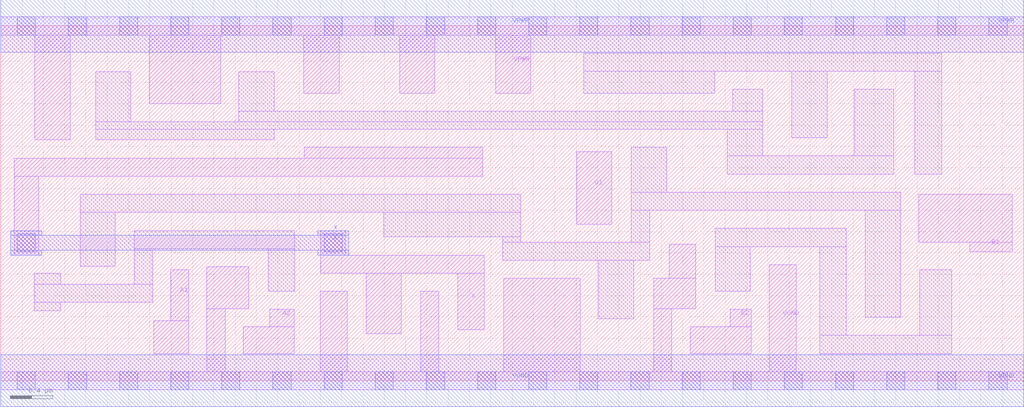
<source format=lef>
# Copyright 2020 The SkyWater PDK Authors
#
# Licensed under the Apache License, Version 2.0 (the "License");
# you may not use this file except in compliance with the License.
# You may obtain a copy of the License at
#
#     https://www.apache.org/licenses/LICENSE-2.0
#
# Unless required by applicable law or agreed to in writing, software
# distributed under the License is distributed on an "AS IS" BASIS,
# WITHOUT WARRANTIES OR CONDITIONS OF ANY KIND, either express or implied.
# See the License for the specific language governing permissions and
# limitations under the License.
#
# SPDX-License-Identifier: Apache-2.0

VERSION 5.7 ;
  NAMESCASESENSITIVE ON ;
  NOWIREEXTENSIONATPIN ON ;
  DIVIDERCHAR "/" ;
  BUSBITCHARS "[]" ;
UNITS
  DATABASE MICRONS 200 ;
END UNITS
MACRO sky130_fd_sc_ls__a221o_4
  CLASS CORE ;
  SOURCE USER ;
  FOREIGN sky130_fd_sc_ls__a221o_4 ;
  ORIGIN  0.000000  0.000000 ;
  SIZE  9.600000 BY  3.330000 ;
  SYMMETRY X Y ;
  SITE unit ;
  PIN A1
    ANTENNAGATEAREA  0.492000 ;
    DIRECTION INPUT ;
    USE SIGNAL ;
    PORT
      LAYER li1 ;
        RECT 1.435000 0.255000 1.765000 0.565000 ;
        RECT 1.595000 0.565000 1.765000 1.040000 ;
    END
  END A1
  PIN A2
    ANTENNAGATEAREA  0.492000 ;
    DIRECTION INPUT ;
    USE SIGNAL ;
    PORT
      LAYER li1 ;
        RECT 2.275000 0.255000 2.755000 0.505000 ;
        RECT 2.525000 0.505000 2.755000 0.670000 ;
    END
  END A2
  PIN B1
    ANTENNAGATEAREA  0.492000 ;
    DIRECTION INPUT ;
    USE SIGNAL ;
    PORT
      LAYER li1 ;
        RECT 8.615000 1.300000 9.495000 1.750000 ;
        RECT 9.095000 1.210000 9.495000 1.300000 ;
    END
  END B1
  PIN B2
    ANTENNAGATEAREA  0.492000 ;
    DIRECTION INPUT ;
    USE SIGNAL ;
    PORT
      LAYER li1 ;
        RECT 6.470000 0.255000 7.045000 0.505000 ;
        RECT 6.845000 0.505000 7.045000 0.670000 ;
    END
  END B2
  PIN C1
    ANTENNAGATEAREA  0.492000 ;
    DIRECTION INPUT ;
    USE SIGNAL ;
    PORT
      LAYER li1 ;
        RECT 5.405000 1.470000 5.735000 2.150000 ;
    END
  END C1
  PIN X
    ANTENNADIFFAREA  1.086400 ;
    DIRECTION OUTPUT ;
    USE SIGNAL ;
    PORT
      LAYER li1 ;
        RECT 0.125000 1.180000 0.355000 1.920000 ;
        RECT 0.125000 1.920000 4.525000 2.090000 ;
        RECT 2.850000 2.090000 4.525000 2.190000 ;
        RECT 3.005000 1.010000 4.540000 1.180000 ;
        RECT 3.005000 1.180000 3.235000 1.410000 ;
        RECT 3.430000 0.440000 3.760000 1.010000 ;
        RECT 4.290000 0.480000 4.540000 1.010000 ;
      LAYER mcon ;
        RECT 0.155000 1.210000 0.325000 1.380000 ;
        RECT 3.035000 1.210000 3.205000 1.380000 ;
      LAYER met1 ;
        RECT 0.095000 1.180000 0.385000 1.225000 ;
        RECT 0.095000 1.225000 3.265000 1.365000 ;
        RECT 0.095000 1.365000 0.385000 1.410000 ;
        RECT 2.975000 1.180000 3.265000 1.225000 ;
        RECT 2.975000 1.365000 3.265000 1.410000 ;
    END
  END X
  PIN VGND
    DIRECTION INOUT ;
    SHAPE ABUTMENT ;
    USE GROUND ;
    PORT
      LAYER li1 ;
        RECT 0.000000 -0.085000 9.600000 0.085000 ;
        RECT 1.935000  0.085000 2.105000 0.675000 ;
        RECT 1.935000  0.675000 2.330000 1.070000 ;
        RECT 3.000000  0.085000 3.250000 0.840000 ;
        RECT 3.940000  0.085000 4.110000 0.840000 ;
        RECT 4.720000  0.085000 5.440000 0.960000 ;
        RECT 6.130000  0.085000 6.300000 0.675000 ;
        RECT 6.130000  0.675000 6.525000 0.960000 ;
        RECT 6.275000  0.960000 6.525000 1.280000 ;
        RECT 7.215000  0.085000 7.465000 1.090000 ;
      LAYER mcon ;
        RECT 0.155000 -0.085000 0.325000 0.085000 ;
        RECT 0.635000 -0.085000 0.805000 0.085000 ;
        RECT 1.115000 -0.085000 1.285000 0.085000 ;
        RECT 1.595000 -0.085000 1.765000 0.085000 ;
        RECT 2.075000 -0.085000 2.245000 0.085000 ;
        RECT 2.555000 -0.085000 2.725000 0.085000 ;
        RECT 3.035000 -0.085000 3.205000 0.085000 ;
        RECT 3.515000 -0.085000 3.685000 0.085000 ;
        RECT 3.995000 -0.085000 4.165000 0.085000 ;
        RECT 4.475000 -0.085000 4.645000 0.085000 ;
        RECT 4.955000 -0.085000 5.125000 0.085000 ;
        RECT 5.435000 -0.085000 5.605000 0.085000 ;
        RECT 5.915000 -0.085000 6.085000 0.085000 ;
        RECT 6.395000 -0.085000 6.565000 0.085000 ;
        RECT 6.875000 -0.085000 7.045000 0.085000 ;
        RECT 7.355000 -0.085000 7.525000 0.085000 ;
        RECT 7.835000 -0.085000 8.005000 0.085000 ;
        RECT 8.315000 -0.085000 8.485000 0.085000 ;
        RECT 8.795000 -0.085000 8.965000 0.085000 ;
        RECT 9.275000 -0.085000 9.445000 0.085000 ;
      LAYER met1 ;
        RECT 0.000000 -0.245000 9.600000 0.245000 ;
    END
  END VGND
  PIN VPWR
    DIRECTION INOUT ;
    SHAPE ABUTMENT ;
    USE POWER ;
    PORT
      LAYER li1 ;
        RECT 0.000000 3.245000 9.600000 3.415000 ;
        RECT 0.320000 2.260000 0.650000 3.245000 ;
        RECT 1.395000 2.600000 2.065000 3.245000 ;
        RECT 2.845000 2.700000 3.175000 3.245000 ;
        RECT 3.745000 2.700000 4.075000 3.245000 ;
        RECT 4.645000 2.700000 4.975000 3.245000 ;
      LAYER mcon ;
        RECT 0.155000 3.245000 0.325000 3.415000 ;
        RECT 0.635000 3.245000 0.805000 3.415000 ;
        RECT 1.115000 3.245000 1.285000 3.415000 ;
        RECT 1.595000 3.245000 1.765000 3.415000 ;
        RECT 2.075000 3.245000 2.245000 3.415000 ;
        RECT 2.555000 3.245000 2.725000 3.415000 ;
        RECT 3.035000 3.245000 3.205000 3.415000 ;
        RECT 3.515000 3.245000 3.685000 3.415000 ;
        RECT 3.995000 3.245000 4.165000 3.415000 ;
        RECT 4.475000 3.245000 4.645000 3.415000 ;
        RECT 4.955000 3.245000 5.125000 3.415000 ;
        RECT 5.435000 3.245000 5.605000 3.415000 ;
        RECT 5.915000 3.245000 6.085000 3.415000 ;
        RECT 6.395000 3.245000 6.565000 3.415000 ;
        RECT 6.875000 3.245000 7.045000 3.415000 ;
        RECT 7.355000 3.245000 7.525000 3.415000 ;
        RECT 7.835000 3.245000 8.005000 3.415000 ;
        RECT 8.315000 3.245000 8.485000 3.415000 ;
        RECT 8.795000 3.245000 8.965000 3.415000 ;
        RECT 9.275000 3.245000 9.445000 3.415000 ;
      LAYER met1 ;
        RECT 0.000000 3.085000 9.600000 3.575000 ;
    END
  END VPWR
  OBS
    LAYER li1 ;
      RECT 0.315000 0.655000 0.565000 0.735000 ;
      RECT 0.315000 0.735000 1.425000 0.905000 ;
      RECT 0.315000 0.905000 0.565000 1.010000 ;
      RECT 0.745000 1.075000 1.075000 1.580000 ;
      RECT 0.745000 1.580000 4.880000 1.750000 ;
      RECT 0.890000 2.260000 2.565000 2.360000 ;
      RECT 0.890000 2.360000 7.150000 2.430000 ;
      RECT 0.890000 2.430000 1.220000 2.900000 ;
      RECT 1.255000 0.905000 1.425000 1.240000 ;
      RECT 1.255000 1.240000 2.760000 1.410000 ;
      RECT 2.235000 2.430000 7.150000 2.530000 ;
      RECT 2.235000 2.530000 2.565000 2.900000 ;
      RECT 2.510000 0.840000 2.760000 1.240000 ;
      RECT 3.595000 1.350000 4.880000 1.580000 ;
      RECT 4.710000 1.130000 6.090000 1.300000 ;
      RECT 4.710000 1.300000 4.880000 1.350000 ;
      RECT 5.470000 2.700000 6.700000 2.905000 ;
      RECT 5.470000 2.905000 8.830000 3.075000 ;
      RECT 5.610000 0.580000 5.940000 1.130000 ;
      RECT 5.920000 1.300000 6.090000 1.600000 ;
      RECT 5.920000 1.600000 8.445000 1.770000 ;
      RECT 5.920000 1.770000 6.250000 2.190000 ;
      RECT 6.705000 0.840000 7.035000 1.260000 ;
      RECT 6.705000 1.260000 7.935000 1.430000 ;
      RECT 6.820000 1.940000 8.380000 2.110000 ;
      RECT 6.820000 2.110000 7.150000 2.360000 ;
      RECT 6.870000 2.530000 7.150000 2.735000 ;
      RECT 7.425000 2.280000 7.755000 2.905000 ;
      RECT 7.685000 0.255000 8.925000 0.425000 ;
      RECT 7.685000 0.425000 7.935000 1.260000 ;
      RECT 8.010000 2.110000 8.380000 2.735000 ;
      RECT 8.115000 0.595000 8.445000 1.600000 ;
      RECT 8.580000 1.940000 8.830000 2.905000 ;
      RECT 8.625000 0.425000 8.925000 1.040000 ;
  END
END sky130_fd_sc_ls__a221o_4

</source>
